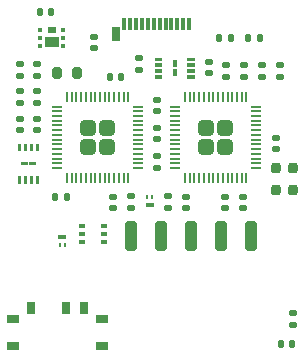
<source format=gbr>
%TF.GenerationSoftware,KiCad,Pcbnew,7.0.8*%
%TF.CreationDate,2024-04-10T13:39:31+02:00*%
%TF.ProjectId,Expansion_Card_Retrofit,45787061-6e73-4696-9f6e-5f436172645f,X1*%
%TF.SameCoordinates,Original*%
%TF.FileFunction,Paste,Top*%
%TF.FilePolarity,Positive*%
%FSLAX46Y46*%
G04 Gerber Fmt 4.6, Leading zero omitted, Abs format (unit mm)*
G04 Created by KiCad (PCBNEW 7.0.8) date 2024-04-10 13:39:31*
%MOMM*%
%LPD*%
G01*
G04 APERTURE LIST*
G04 Aperture macros list*
%AMRoundRect*
0 Rectangle with rounded corners*
0 $1 Rounding radius*
0 $2 $3 $4 $5 $6 $7 $8 $9 X,Y pos of 4 corners*
0 Add a 4 corners polygon primitive as box body*
4,1,4,$2,$3,$4,$5,$6,$7,$8,$9,$2,$3,0*
0 Add four circle primitives for the rounded corners*
1,1,$1+$1,$2,$3*
1,1,$1+$1,$4,$5*
1,1,$1+$1,$6,$7*
1,1,$1+$1,$8,$9*
0 Add four rect primitives between the rounded corners*
20,1,$1+$1,$2,$3,$4,$5,0*
20,1,$1+$1,$4,$5,$6,$7,0*
20,1,$1+$1,$6,$7,$8,$9,0*
20,1,$1+$1,$8,$9,$2,$3,0*%
G04 Aperture macros list end*
%ADD10C,0.010000*%
%ADD11RoundRect,0.249999X0.395001X-0.395001X0.395001X0.395001X-0.395001X0.395001X-0.395001X-0.395001X0*%
%ADD12RoundRect,0.050000X0.050000X-0.387500X0.050000X0.387500X-0.050000X0.387500X-0.050000X-0.387500X0*%
%ADD13RoundRect,0.050000X0.387500X-0.050000X0.387500X0.050000X-0.387500X0.050000X-0.387500X-0.050000X0*%
%ADD14R,0.600000X0.420000*%
%ADD15RoundRect,0.140000X-0.140000X-0.170000X0.140000X-0.170000X0.140000X0.170000X-0.140000X0.170000X0*%
%ADD16RoundRect,0.147500X-0.147500X-0.172500X0.147500X-0.172500X0.147500X0.172500X-0.147500X0.172500X0*%
%ADD17RoundRect,0.140000X-0.170000X0.140000X-0.170000X-0.140000X0.170000X-0.140000X0.170000X0.140000X0*%
%ADD18RoundRect,0.140000X0.170000X-0.140000X0.170000X0.140000X-0.170000X0.140000X-0.170000X-0.140000X0*%
%ADD19R,0.380000X1.000000*%
%ADD20R,0.700000X1.150000*%
%ADD21RoundRect,0.050000X-0.050000X-0.387500X0.050000X-0.387500X0.050000X0.387500X-0.050000X0.387500X0*%
%ADD22RoundRect,0.050000X-0.387500X-0.050000X0.387500X-0.050000X0.387500X0.050000X-0.387500X0.050000X0*%
%ADD23RoundRect,0.249999X-0.395001X-0.395001X0.395001X-0.395001X0.395001X0.395001X-0.395001X0.395001X0*%
%ADD24R,0.425000X0.400000*%
%ADD25R,1.150000X0.950000*%
%ADD26R,0.800000X0.480000*%
%ADD27RoundRect,0.250000X-0.250000X-1.000000X0.250000X-1.000000X0.250000X1.000000X-0.250000X1.000000X0*%
%ADD28RoundRect,0.200000X0.200000X0.250000X-0.200000X0.250000X-0.200000X-0.250000X0.200000X-0.250000X0*%
%ADD29RoundRect,0.200000X0.200000X0.275000X-0.200000X0.275000X-0.200000X-0.275000X0.200000X-0.275000X0*%
%ADD30R,0.250000X0.400000*%
%ADD31R,0.700000X0.400000*%
%ADD32RoundRect,0.135000X-0.185000X0.135000X-0.185000X-0.135000X0.185000X-0.135000X0.185000X0.135000X0*%
%ADD33RoundRect,0.140000X0.140000X0.170000X-0.140000X0.170000X-0.140000X-0.170000X0.140000X-0.170000X0*%
%ADD34RoundRect,0.135000X0.135000X0.185000X-0.135000X0.185000X-0.135000X-0.185000X0.135000X-0.185000X0*%
%ADD35RoundRect,0.135000X0.185000X-0.135000X0.185000X0.135000X-0.185000X0.135000X-0.185000X-0.135000X0*%
%ADD36R,0.700000X1.100000*%
%ADD37R,1.000000X0.800000*%
G04 APERTURE END LIST*
%TO.C,U5*%
D10*
X143450000Y-91650000D02*
X142900000Y-91650000D01*
X142900000Y-91450000D01*
X143450000Y-91450000D01*
X143450000Y-91650000D01*
G36*
X143450000Y-91650000D02*
G01*
X142900000Y-91650000D01*
X142900000Y-91450000D01*
X143450000Y-91450000D01*
X143450000Y-91650000D01*
G37*
X143450000Y-91150000D02*
X142900000Y-91150000D01*
X142900000Y-90950000D01*
X143450000Y-90950000D01*
X143450000Y-91150000D01*
G36*
X143450000Y-91150000D02*
G01*
X142900000Y-91150000D01*
X142900000Y-90950000D01*
X143450000Y-90950000D01*
X143450000Y-91150000D01*
G37*
X143450000Y-90650000D02*
X142900000Y-90650000D01*
X142900000Y-90450000D01*
X143450000Y-90450000D01*
X143450000Y-90650000D01*
G36*
X143450000Y-90650000D02*
G01*
X142900000Y-90650000D01*
X142900000Y-90450000D01*
X143450000Y-90450000D01*
X143450000Y-90650000D01*
G37*
X143450000Y-90150000D02*
X142900000Y-90150000D01*
X142900000Y-89950000D01*
X143450000Y-89950000D01*
X143450000Y-90150000D01*
G36*
X143450000Y-90150000D02*
G01*
X142900000Y-90150000D01*
X142900000Y-89950000D01*
X143450000Y-89950000D01*
X143450000Y-90150000D01*
G37*
X141900000Y-91400000D02*
X141700000Y-91400000D01*
X141700000Y-90900000D01*
X141900000Y-90900000D01*
X141900000Y-91400000D01*
G36*
X141900000Y-91400000D02*
G01*
X141700000Y-91400000D01*
X141700000Y-90900000D01*
X141900000Y-90900000D01*
X141900000Y-91400000D01*
G37*
X141900000Y-90700000D02*
X141700000Y-90700000D01*
X141700000Y-90200000D01*
X141900000Y-90200000D01*
X141900000Y-90700000D01*
G36*
X141900000Y-90700000D02*
G01*
X141700000Y-90700000D01*
X141700000Y-90200000D01*
X141900000Y-90200000D01*
X141900000Y-90700000D01*
G37*
X140700000Y-91650000D02*
X140150000Y-91650000D01*
X140150000Y-91450000D01*
X140700000Y-91450000D01*
X140700000Y-91650000D01*
G36*
X140700000Y-91650000D02*
G01*
X140150000Y-91650000D01*
X140150000Y-91450000D01*
X140700000Y-91450000D01*
X140700000Y-91650000D01*
G37*
X140700000Y-91150000D02*
X140150000Y-91150000D01*
X140150000Y-90950000D01*
X140700000Y-90950000D01*
X140700000Y-91150000D01*
G36*
X140700000Y-91150000D02*
G01*
X140150000Y-91150000D01*
X140150000Y-90950000D01*
X140700000Y-90950000D01*
X140700000Y-91150000D01*
G37*
X140700000Y-90650000D02*
X140150000Y-90650000D01*
X140150000Y-90450000D01*
X140700000Y-90450000D01*
X140700000Y-90650000D01*
G36*
X140700000Y-90650000D02*
G01*
X140150000Y-90650000D01*
X140150000Y-90450000D01*
X140700000Y-90450000D01*
X140700000Y-90650000D01*
G37*
X140700000Y-90150000D02*
X140150000Y-90150000D01*
X140150000Y-89950000D01*
X140700000Y-89950000D01*
X140700000Y-90150000D01*
G36*
X140700000Y-90150000D02*
G01*
X140150000Y-90150000D01*
X140150000Y-89950000D01*
X140700000Y-89950000D01*
X140700000Y-90150000D01*
G37*
%TO.C,U3*%
X128750000Y-100550000D02*
X128550000Y-100550000D01*
X128550000Y-100000000D01*
X128750000Y-100000000D01*
X128750000Y-100550000D01*
G36*
X128750000Y-100550000D02*
G01*
X128550000Y-100550000D01*
X128550000Y-100000000D01*
X128750000Y-100000000D01*
X128750000Y-100550000D01*
G37*
X129250000Y-100550000D02*
X129050000Y-100550000D01*
X129050000Y-100000000D01*
X129250000Y-100000000D01*
X129250000Y-100550000D01*
G36*
X129250000Y-100550000D02*
G01*
X129050000Y-100550000D01*
X129050000Y-100000000D01*
X129250000Y-100000000D01*
X129250000Y-100550000D01*
G37*
X129750000Y-100550000D02*
X129550000Y-100550000D01*
X129550000Y-100000000D01*
X129750000Y-100000000D01*
X129750000Y-100550000D01*
G36*
X129750000Y-100550000D02*
G01*
X129550000Y-100550000D01*
X129550000Y-100000000D01*
X129750000Y-100000000D01*
X129750000Y-100550000D01*
G37*
X130250000Y-100550000D02*
X130050000Y-100550000D01*
X130050000Y-100000000D01*
X130250000Y-100000000D01*
X130250000Y-100550000D01*
G36*
X130250000Y-100550000D02*
G01*
X130050000Y-100550000D01*
X130050000Y-100000000D01*
X130250000Y-100000000D01*
X130250000Y-100550000D01*
G37*
X129300000Y-99000000D02*
X128800000Y-99000000D01*
X128800000Y-98800000D01*
X129300000Y-98800000D01*
X129300000Y-99000000D01*
G36*
X129300000Y-99000000D02*
G01*
X128800000Y-99000000D01*
X128800000Y-98800000D01*
X129300000Y-98800000D01*
X129300000Y-99000000D01*
G37*
X130000000Y-99000000D02*
X129500000Y-99000000D01*
X129500000Y-98800000D01*
X130000000Y-98800000D01*
X130000000Y-99000000D01*
G36*
X130000000Y-99000000D02*
G01*
X129500000Y-99000000D01*
X129500000Y-98800000D01*
X130000000Y-98800000D01*
X130000000Y-99000000D01*
G37*
X128750000Y-97800000D02*
X128550000Y-97800000D01*
X128550000Y-97250000D01*
X128750000Y-97250000D01*
X128750000Y-97800000D01*
G36*
X128750000Y-97800000D02*
G01*
X128550000Y-97800000D01*
X128550000Y-97250000D01*
X128750000Y-97250000D01*
X128750000Y-97800000D01*
G37*
X129250000Y-97800000D02*
X129050000Y-97800000D01*
X129050000Y-97250000D01*
X129250000Y-97250000D01*
X129250000Y-97800000D01*
G36*
X129250000Y-97800000D02*
G01*
X129050000Y-97800000D01*
X129050000Y-97250000D01*
X129250000Y-97250000D01*
X129250000Y-97800000D01*
G37*
X129750000Y-97800000D02*
X129550000Y-97800000D01*
X129550000Y-97250000D01*
X129750000Y-97250000D01*
X129750000Y-97800000D01*
G36*
X129750000Y-97800000D02*
G01*
X129550000Y-97800000D01*
X129550000Y-97250000D01*
X129750000Y-97250000D01*
X129750000Y-97800000D01*
G37*
X130250000Y-97800000D02*
X130050000Y-97800000D01*
X130050000Y-97250000D01*
X130250000Y-97250000D01*
X130250000Y-97800000D01*
G36*
X130250000Y-97800000D02*
G01*
X130050000Y-97800000D01*
X130050000Y-97250000D01*
X130250000Y-97250000D01*
X130250000Y-97800000D01*
G37*
%TD*%
D11*
%TO.C,U2*%
X134500000Y-97500000D03*
X136100000Y-97500000D03*
X134500000Y-95900000D03*
X136100000Y-95900000D03*
D12*
X132700000Y-100137500D03*
X133100000Y-100137500D03*
X133500000Y-100137500D03*
X133900000Y-100137500D03*
X134300000Y-100137500D03*
X134700000Y-100137500D03*
X135100000Y-100137500D03*
X135500000Y-100137500D03*
X135900000Y-100137500D03*
X136300000Y-100137500D03*
X136700000Y-100137500D03*
X137100000Y-100137500D03*
X137500000Y-100137500D03*
X137900000Y-100137500D03*
D13*
X138737500Y-99300000D03*
X138737500Y-98900000D03*
X138737500Y-98500000D03*
X138737500Y-98100000D03*
X138737500Y-97700000D03*
X138737500Y-97300000D03*
X138737500Y-96900000D03*
X138737500Y-96500000D03*
X138737500Y-96100000D03*
X138737500Y-95700000D03*
X138737500Y-95300000D03*
X138737500Y-94900000D03*
X138737500Y-94500000D03*
X138737500Y-94100000D03*
D12*
X137900000Y-93262500D03*
X137500000Y-93262500D03*
X137100000Y-93262500D03*
X136700000Y-93262500D03*
X136300000Y-93262500D03*
X135900000Y-93262500D03*
X135500000Y-93262500D03*
X135100000Y-93262500D03*
X134700000Y-93262500D03*
X134300000Y-93262500D03*
X133900000Y-93262500D03*
X133500000Y-93262500D03*
X133100000Y-93262500D03*
X132700000Y-93262500D03*
D13*
X131862500Y-94100000D03*
X131862500Y-94500000D03*
X131862500Y-94900000D03*
X131862500Y-95300000D03*
X131862500Y-95700000D03*
X131862500Y-96100000D03*
X131862500Y-96500000D03*
X131862500Y-96900000D03*
X131862500Y-97300000D03*
X131862500Y-97700000D03*
X131862500Y-98100000D03*
X131862500Y-98500000D03*
X131862500Y-98900000D03*
X131862500Y-99300000D03*
%TD*%
D14*
%TO.C,Q3*%
X135850000Y-105550000D03*
X135850000Y-104900000D03*
X135850000Y-104250000D03*
X133950000Y-104250000D03*
X133950000Y-104900000D03*
X133950000Y-105550000D03*
%TD*%
D15*
%TO.C,C24*%
X136320000Y-91600000D03*
X137280000Y-91600000D03*
%TD*%
D16*
%TO.C,D1*%
X150815000Y-114212500D03*
X151785000Y-114212500D03*
%TD*%
D17*
%TO.C,C19*%
X140300000Y-99280000D03*
X140300000Y-98320000D03*
%TD*%
D18*
%TO.C,C6*%
X130200000Y-96080000D03*
X130200000Y-95120000D03*
%TD*%
%TO.C,C1*%
X135000000Y-89180000D03*
X135000000Y-88220000D03*
%TD*%
D19*
%TO.C,P1*%
X137550000Y-87090000D03*
X138050000Y-87090000D03*
X138550000Y-87090000D03*
X139050000Y-87090000D03*
X139550000Y-87090000D03*
X140050000Y-87090000D03*
X140550000Y-87090000D03*
X141050000Y-87090000D03*
X141550000Y-87090000D03*
X142050000Y-87090000D03*
X142550000Y-87090000D03*
X143050000Y-87090000D03*
D20*
X136880000Y-87930000D03*
%TD*%
D21*
%TO.C,U4*%
X142700000Y-93262500D03*
X143100000Y-93262500D03*
X143500000Y-93262500D03*
X143900000Y-93262500D03*
X144300000Y-93262500D03*
X144700000Y-93262500D03*
X145100000Y-93262500D03*
X145500000Y-93262500D03*
X145900000Y-93262500D03*
X146300000Y-93262500D03*
X146700000Y-93262500D03*
X147100000Y-93262500D03*
X147500000Y-93262500D03*
X147900000Y-93262500D03*
D22*
X148737500Y-94100000D03*
X148737500Y-94500000D03*
X148737500Y-94900000D03*
X148737500Y-95300000D03*
X148737500Y-95700000D03*
X148737500Y-96100000D03*
X148737500Y-96500000D03*
X148737500Y-96900000D03*
X148737500Y-97300000D03*
X148737500Y-97700000D03*
X148737500Y-98100000D03*
X148737500Y-98500000D03*
X148737500Y-98900000D03*
X148737500Y-99300000D03*
D21*
X147900000Y-100137500D03*
X147500000Y-100137500D03*
X147100000Y-100137500D03*
X146700000Y-100137500D03*
X146300000Y-100137500D03*
X145900000Y-100137500D03*
X145500000Y-100137500D03*
X145100000Y-100137500D03*
X144700000Y-100137500D03*
X144300000Y-100137500D03*
X143900000Y-100137500D03*
X143500000Y-100137500D03*
X143100000Y-100137500D03*
X142700000Y-100137500D03*
D22*
X141862500Y-99300000D03*
X141862500Y-98900000D03*
X141862500Y-98500000D03*
X141862500Y-98100000D03*
X141862500Y-97700000D03*
X141862500Y-97300000D03*
X141862500Y-96900000D03*
X141862500Y-96500000D03*
X141862500Y-96100000D03*
X141862500Y-95700000D03*
X141862500Y-95300000D03*
X141862500Y-94900000D03*
X141862500Y-94500000D03*
X141862500Y-94100000D03*
D23*
X146100000Y-97500000D03*
X146100000Y-95900000D03*
X144500000Y-97500000D03*
X144500000Y-95900000D03*
%TD*%
D18*
%TO.C,C14*%
X149200000Y-90620000D03*
X149200000Y-91580000D03*
%TD*%
%TO.C,C7*%
X128700000Y-93780000D03*
X128700000Y-92820000D03*
%TD*%
%TO.C,C9*%
X128700000Y-91480000D03*
X128700000Y-90520000D03*
%TD*%
D24*
%TO.C,U1*%
X132337500Y-88950000D03*
X132337500Y-88300000D03*
X132337500Y-87650000D03*
X130462500Y-87650000D03*
X130462500Y-88300000D03*
X130462500Y-88950000D03*
D25*
X131400000Y-88625000D03*
D26*
X131400000Y-87600000D03*
%TD*%
D18*
%TO.C,C8*%
X130200000Y-93780000D03*
X130200000Y-92820000D03*
%TD*%
D17*
%TO.C,C22*%
X136600000Y-101720000D03*
X136600000Y-102680000D03*
%TD*%
D27*
%TO.C,J1*%
X138120000Y-105025000D03*
X140660000Y-105025000D03*
X143200000Y-105025000D03*
X145740000Y-105025000D03*
X148280000Y-105025000D03*
%TD*%
D28*
%TO.C,X1*%
X151825000Y-101125000D03*
X151825000Y-99275000D03*
X150375000Y-99275000D03*
X150375000Y-101125000D03*
%TD*%
D18*
%TO.C,C18*%
X142800000Y-102680000D03*
X142800000Y-101720000D03*
%TD*%
%TO.C,C11*%
X128700000Y-96080000D03*
X128700000Y-95120000D03*
%TD*%
%TO.C,C5*%
X140300000Y-96880000D03*
X140300000Y-95920000D03*
%TD*%
D29*
%TO.C,R11*%
X133525000Y-91300000D03*
X131875000Y-91300000D03*
%TD*%
D18*
%TO.C,C16*%
X140300000Y-93520000D03*
X140300000Y-94480000D03*
%TD*%
D30*
%TO.C,Q2*%
X132075000Y-105850000D03*
X132525000Y-105850000D03*
D31*
X132300000Y-105150000D03*
%TD*%
D32*
%TO.C,R12*%
X130200000Y-90490000D03*
X130200000Y-91510000D03*
%TD*%
D18*
%TO.C,C21*%
X150400000Y-96770000D03*
X150400000Y-97730000D03*
%TD*%
D17*
%TO.C,C20*%
X146100000Y-102680000D03*
X146100000Y-101720000D03*
%TD*%
D15*
%TO.C,C2*%
X130420000Y-86100000D03*
X131380000Y-86100000D03*
%TD*%
D32*
%TO.C,R1*%
X138800000Y-89990000D03*
X138800000Y-91010000D03*
%TD*%
D30*
%TO.C,Q1*%
X139925000Y-101750000D03*
X139475000Y-101750000D03*
D31*
X139700000Y-102450000D03*
%TD*%
D33*
%TO.C,C10*%
X132680000Y-101800000D03*
X131720000Y-101800000D03*
%TD*%
D34*
%TO.C,R17*%
X149010000Y-88300000D03*
X147990000Y-88300000D03*
%TD*%
D17*
%TO.C,C12*%
X147600000Y-102680000D03*
X147600000Y-101720000D03*
%TD*%
D35*
%TO.C,R15*%
X138100000Y-102710000D03*
X138100000Y-101690000D03*
%TD*%
D18*
%TO.C,C13*%
X144700000Y-90320000D03*
X144700000Y-91280000D03*
%TD*%
%TO.C,C15*%
X150700000Y-90620000D03*
X150700000Y-91580000D03*
%TD*%
D36*
%TO.C,S1*%
X129650000Y-111150000D03*
X132650000Y-111150000D03*
X134150000Y-111150000D03*
D37*
X135650000Y-114350000D03*
X128150000Y-114350000D03*
X128150000Y-112050000D03*
X135650000Y-112050000D03*
%TD*%
D35*
%TO.C,R16*%
X141300000Y-102710000D03*
X141300000Y-101690000D03*
%TD*%
D32*
%TO.C,R9*%
X146200000Y-91610000D03*
X146200000Y-90590000D03*
%TD*%
%TO.C,R10*%
X147700000Y-91610000D03*
X147700000Y-90590000D03*
%TD*%
D16*
%TO.C,D2*%
X145615000Y-88300000D03*
X146585000Y-88300000D03*
%TD*%
D32*
%TO.C,R4*%
X151800000Y-111552500D03*
X151800000Y-112572500D03*
%TD*%
M02*

</source>
